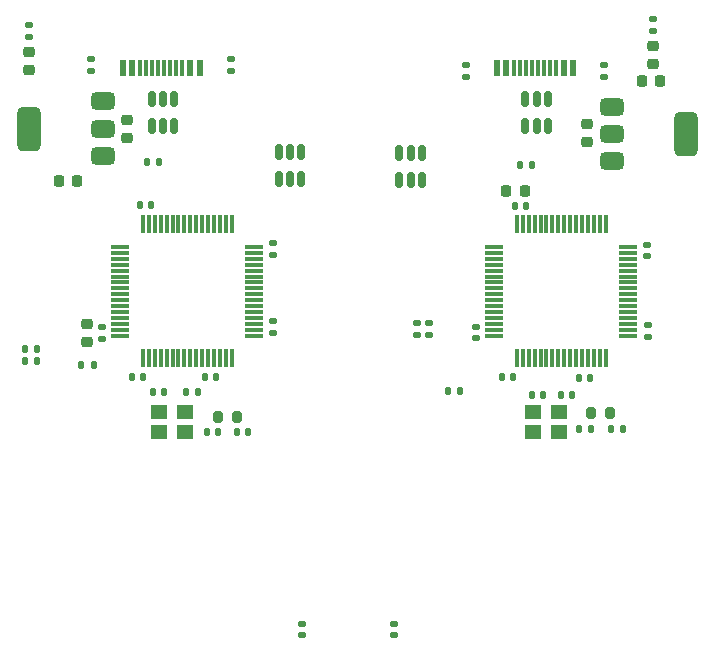
<source format=gtp>
G04 #@! TF.GenerationSoftware,KiCad,Pcbnew,9.0.0*
G04 #@! TF.CreationDate,2025-03-07T16:10:57+13:00*
G04 #@! TF.ProjectId,Koca,4b6f6361-2e6b-4696-9361-645f70636258,3*
G04 #@! TF.SameCoordinates,Original*
G04 #@! TF.FileFunction,Paste,Top*
G04 #@! TF.FilePolarity,Positive*
%FSLAX46Y46*%
G04 Gerber Fmt 4.6, Leading zero omitted, Abs format (unit mm)*
G04 Created by KiCad (PCBNEW 9.0.0) date 2025-03-07 16:10:57*
%MOMM*%
%LPD*%
G01*
G04 APERTURE LIST*
G04 Aperture macros list*
%AMRoundRect*
0 Rectangle with rounded corners*
0 $1 Rounding radius*
0 $2 $3 $4 $5 $6 $7 $8 $9 X,Y pos of 4 corners*
0 Add a 4 corners polygon primitive as box body*
4,1,4,$2,$3,$4,$5,$6,$7,$8,$9,$2,$3,0*
0 Add four circle primitives for the rounded corners*
1,1,$1+$1,$2,$3*
1,1,$1+$1,$4,$5*
1,1,$1+$1,$6,$7*
1,1,$1+$1,$8,$9*
0 Add four rect primitives between the rounded corners*
20,1,$1+$1,$2,$3,$4,$5,0*
20,1,$1+$1,$4,$5,$6,$7,0*
20,1,$1+$1,$6,$7,$8,$9,0*
20,1,$1+$1,$8,$9,$2,$3,0*%
G04 Aperture macros list end*
%ADD10R,1.400000X1.200000*%
%ADD11RoundRect,0.140000X-0.140000X-0.170000X0.140000X-0.170000X0.140000X0.170000X-0.140000X0.170000X0*%
%ADD12RoundRect,0.135000X-0.135000X-0.185000X0.135000X-0.185000X0.135000X0.185000X-0.135000X0.185000X0*%
%ADD13RoundRect,0.200000X-0.200000X-0.275000X0.200000X-0.275000X0.200000X0.275000X-0.200000X0.275000X0*%
%ADD14RoundRect,0.150000X0.150000X-0.512500X0.150000X0.512500X-0.150000X0.512500X-0.150000X-0.512500X0*%
%ADD15RoundRect,0.135000X0.185000X-0.135000X0.185000X0.135000X-0.185000X0.135000X-0.185000X-0.135000X0*%
%ADD16RoundRect,0.075000X0.075000X-0.700000X0.075000X0.700000X-0.075000X0.700000X-0.075000X-0.700000X0*%
%ADD17RoundRect,0.075000X0.700000X-0.075000X0.700000X0.075000X-0.700000X0.075000X-0.700000X-0.075000X0*%
%ADD18RoundRect,0.135000X-0.185000X0.135000X-0.185000X-0.135000X0.185000X-0.135000X0.185000X0.135000X0*%
%ADD19RoundRect,0.225000X-0.250000X0.225000X-0.250000X-0.225000X0.250000X-0.225000X0.250000X0.225000X0*%
%ADD20RoundRect,0.150000X-0.150000X0.512500X-0.150000X-0.512500X0.150000X-0.512500X0.150000X0.512500X0*%
%ADD21RoundRect,0.140000X0.140000X0.170000X-0.140000X0.170000X-0.140000X-0.170000X0.140000X-0.170000X0*%
%ADD22RoundRect,0.375000X0.625000X0.375000X-0.625000X0.375000X-0.625000X-0.375000X0.625000X-0.375000X0*%
%ADD23RoundRect,0.500000X0.500000X1.400000X-0.500000X1.400000X-0.500000X-1.400000X0.500000X-1.400000X0*%
%ADD24RoundRect,0.375000X-0.625000X-0.375000X0.625000X-0.375000X0.625000X0.375000X-0.625000X0.375000X0*%
%ADD25RoundRect,0.500000X-0.500000X-1.400000X0.500000X-1.400000X0.500000X1.400000X-0.500000X1.400000X0*%
%ADD26RoundRect,0.140000X-0.170000X0.140000X-0.170000X-0.140000X0.170000X-0.140000X0.170000X0.140000X0*%
%ADD27RoundRect,0.225000X0.225000X0.250000X-0.225000X0.250000X-0.225000X-0.250000X0.225000X-0.250000X0*%
%ADD28RoundRect,0.218750X-0.256250X0.218750X-0.256250X-0.218750X0.256250X-0.218750X0.256250X0.218750X0*%
%ADD29RoundRect,0.225000X-0.225000X-0.250000X0.225000X-0.250000X0.225000X0.250000X-0.225000X0.250000X0*%
%ADD30R,0.600000X1.450000*%
%ADD31R,0.300000X1.450000*%
%ADD32RoundRect,0.140000X0.170000X-0.140000X0.170000X0.140000X-0.170000X0.140000X-0.170000X-0.140000X0*%
%ADD33RoundRect,0.225000X0.250000X-0.225000X0.250000X0.225000X-0.250000X0.225000X-0.250000X-0.225000X0*%
%ADD34RoundRect,0.135000X0.135000X0.185000X-0.135000X0.185000X-0.135000X-0.185000X0.135000X-0.185000X0*%
G04 APERTURE END LIST*
D10*
X188119000Y-128650000D03*
X190319000Y-128650000D03*
X190319000Y-126950000D03*
X188119000Y-126950000D03*
D11*
X222151000Y-125552200D03*
X223111000Y-125552200D03*
X194690000Y-128670000D03*
X195650000Y-128670000D03*
D12*
X218690000Y-106045000D03*
X219710000Y-106045000D03*
D13*
X193075000Y-127400000D03*
X194725000Y-127400000D03*
D14*
X208473000Y-107309500D03*
X209423000Y-107309500D03*
X210373000Y-107309500D03*
X210373000Y-105034500D03*
X209423000Y-105034500D03*
X208473000Y-105034500D03*
D15*
X177125000Y-95235000D03*
X177125000Y-94215000D03*
D16*
X186769000Y-122450000D03*
X187269000Y-122450000D03*
X187769000Y-122450000D03*
X188269000Y-122450000D03*
X188769000Y-122450000D03*
X189269000Y-122450000D03*
X189769000Y-122450000D03*
X190269000Y-122450000D03*
X190769000Y-122450000D03*
X191269000Y-122450000D03*
X191769000Y-122450000D03*
X192269000Y-122450000D03*
X192769000Y-122450000D03*
X193269000Y-122450000D03*
X193769000Y-122450000D03*
X194269000Y-122450000D03*
D17*
X196194000Y-120525000D03*
X196194000Y-120025000D03*
X196194000Y-119525000D03*
X196194000Y-119025000D03*
X196194000Y-118525000D03*
X196194000Y-118025000D03*
X196194000Y-117525000D03*
X196194000Y-117025000D03*
X196194000Y-116525000D03*
X196194000Y-116025000D03*
X196194000Y-115525000D03*
X196194000Y-115025000D03*
X196194000Y-114525000D03*
X196194000Y-114025000D03*
X196194000Y-113525000D03*
X196194000Y-113025000D03*
D16*
X194269000Y-111100000D03*
X193769000Y-111100000D03*
X193269000Y-111100000D03*
X192769000Y-111100000D03*
X192269000Y-111100000D03*
X191769000Y-111100000D03*
X191269000Y-111100000D03*
X190769000Y-111100000D03*
X190269000Y-111100000D03*
X189769000Y-111100000D03*
X189269000Y-111100000D03*
X188769000Y-111100000D03*
X188269000Y-111100000D03*
X187769000Y-111100000D03*
X187269000Y-111100000D03*
X186769000Y-111100000D03*
D17*
X184844000Y-113025000D03*
X184844000Y-113525000D03*
X184844000Y-114025000D03*
X184844000Y-114525000D03*
X184844000Y-115025000D03*
X184844000Y-115525000D03*
X184844000Y-116025000D03*
X184844000Y-116525000D03*
X184844000Y-117025000D03*
X184844000Y-117525000D03*
X184844000Y-118025000D03*
X184844000Y-118525000D03*
X184844000Y-119025000D03*
X184844000Y-119525000D03*
X184844000Y-120025000D03*
X184844000Y-120525000D03*
D18*
X182400000Y-97090000D03*
X182400000Y-98110000D03*
D19*
X185450000Y-102225000D03*
X185450000Y-103775000D03*
D12*
X187069000Y-105791000D03*
X188089000Y-105791000D03*
D20*
X221050000Y-100525000D03*
X220100000Y-100525000D03*
X219150000Y-100525000D03*
X219150000Y-102800000D03*
X220100000Y-102800000D03*
X221050000Y-102800000D03*
D21*
X220670000Y-125525000D03*
X219710000Y-125525000D03*
D22*
X183400000Y-105300000D03*
X183400000Y-103000000D03*
D23*
X177100000Y-103000000D03*
D22*
X183400000Y-100700000D03*
D24*
X226440000Y-101140000D03*
X226440000Y-103440000D03*
D25*
X232740000Y-103440000D03*
D24*
X226440000Y-105740000D03*
D26*
X229489000Y-119662000D03*
X229489000Y-120622000D03*
D11*
X226420000Y-128400000D03*
X227380000Y-128400000D03*
D21*
X186780000Y-124000000D03*
X185820000Y-124000000D03*
D27*
X230555000Y-99000000D03*
X229005000Y-99000000D03*
D11*
X218220000Y-109550000D03*
X219180000Y-109550000D03*
D18*
X210000000Y-119490000D03*
X210000000Y-120510000D03*
D28*
X229975000Y-95972500D03*
X229975000Y-97547500D03*
D29*
X179625000Y-107400000D03*
X181175000Y-107400000D03*
X217525000Y-108300000D03*
X219075000Y-108300000D03*
D30*
X191550000Y-97845000D03*
X190750000Y-97845000D03*
D31*
X189550000Y-97845000D03*
X188550000Y-97845000D03*
X188050000Y-97845000D03*
X187050000Y-97845000D03*
D30*
X185850000Y-97845000D03*
X185050000Y-97845000D03*
X185050000Y-97845000D03*
X185850000Y-97845000D03*
D31*
X186550000Y-97845000D03*
X187550000Y-97845000D03*
X189050000Y-97845000D03*
X190050000Y-97845000D03*
D30*
X190750000Y-97845000D03*
X191550000Y-97845000D03*
D32*
X214925000Y-120755000D03*
X214925000Y-119795000D03*
D13*
X224675000Y-127100000D03*
X226325000Y-127100000D03*
D26*
X197800000Y-112720000D03*
X197800000Y-113680000D03*
D33*
X182000000Y-121075000D03*
X182000000Y-119525000D03*
D18*
X225825000Y-97615000D03*
X225825000Y-98635000D03*
D21*
X224635000Y-124079000D03*
X223675000Y-124079000D03*
D18*
X194200000Y-97090000D03*
X194200000Y-98110000D03*
D30*
X223206000Y-97845000D03*
X222406000Y-97845000D03*
D31*
X221206000Y-97845000D03*
X220206000Y-97845000D03*
X219706000Y-97845000D03*
X218706000Y-97845000D03*
D30*
X217506000Y-97845000D03*
X216706000Y-97845000D03*
X216706000Y-97845000D03*
X217506000Y-97845000D03*
D31*
X218206000Y-97845000D03*
X219206000Y-97845000D03*
X220706000Y-97845000D03*
X221706000Y-97845000D03*
D30*
X222406000Y-97845000D03*
X223206000Y-97845000D03*
D11*
X186520000Y-109500000D03*
X187480000Y-109500000D03*
D32*
X183300000Y-120780000D03*
X183300000Y-119820000D03*
D12*
X176782000Y-122631200D03*
X177802000Y-122631200D03*
D20*
X189394000Y-100524500D03*
X188444000Y-100524500D03*
X187494000Y-100524500D03*
X187494000Y-102799500D03*
X188444000Y-102799500D03*
X189394000Y-102799500D03*
D28*
X177125000Y-96497500D03*
X177125000Y-98072500D03*
D16*
X218425000Y-122450000D03*
X218925000Y-122450000D03*
X219425000Y-122450000D03*
X219925000Y-122450000D03*
X220425000Y-122450000D03*
X220925000Y-122450000D03*
X221425000Y-122450000D03*
X221925000Y-122450000D03*
X222425000Y-122450000D03*
X222925000Y-122450000D03*
X223425000Y-122450000D03*
X223925000Y-122450000D03*
X224425000Y-122450000D03*
X224925000Y-122450000D03*
X225425000Y-122450000D03*
X225925000Y-122450000D03*
D17*
X227850000Y-120525000D03*
X227850000Y-120025000D03*
X227850000Y-119525000D03*
X227850000Y-119025000D03*
X227850000Y-118525000D03*
X227850000Y-118025000D03*
X227850000Y-117525000D03*
X227850000Y-117025000D03*
X227850000Y-116525000D03*
X227850000Y-116025000D03*
X227850000Y-115525000D03*
X227850000Y-115025000D03*
X227850000Y-114525000D03*
X227850000Y-114025000D03*
X227850000Y-113525000D03*
X227850000Y-113025000D03*
D16*
X225925000Y-111100000D03*
X225425000Y-111100000D03*
X224925000Y-111100000D03*
X224425000Y-111100000D03*
X223925000Y-111100000D03*
X223425000Y-111100000D03*
X222925000Y-111100000D03*
X222425000Y-111100000D03*
X221925000Y-111100000D03*
X221425000Y-111100000D03*
X220925000Y-111100000D03*
X220425000Y-111100000D03*
X219925000Y-111100000D03*
X219425000Y-111100000D03*
X218925000Y-111100000D03*
X218425000Y-111100000D03*
D17*
X216500000Y-113025000D03*
X216500000Y-113525000D03*
X216500000Y-114025000D03*
X216500000Y-114525000D03*
X216500000Y-115025000D03*
X216500000Y-115525000D03*
X216500000Y-116025000D03*
X216500000Y-116525000D03*
X216500000Y-117025000D03*
X216500000Y-117525000D03*
X216500000Y-118025000D03*
X216500000Y-118525000D03*
X216500000Y-119025000D03*
X216500000Y-119525000D03*
X216500000Y-120025000D03*
X216500000Y-120525000D03*
D26*
X200200000Y-144920000D03*
X200200000Y-145880000D03*
D12*
X176782000Y-121615200D03*
X177802000Y-121615200D03*
D34*
X182577200Y-122986800D03*
X181557200Y-122986800D03*
D21*
X193110000Y-128670000D03*
X192150000Y-128670000D03*
D33*
X224330000Y-104155000D03*
X224330000Y-102605000D03*
D26*
X208000000Y-144920000D03*
X208000000Y-145880000D03*
D21*
X188580000Y-125300000D03*
X187620000Y-125300000D03*
D26*
X197800000Y-119320000D03*
X197800000Y-120280000D03*
D34*
X213610000Y-125200000D03*
X212590000Y-125200000D03*
D26*
X229425000Y-112820000D03*
X229425000Y-113780000D03*
D21*
X218105000Y-124025000D03*
X217145000Y-124025000D03*
D10*
X219775000Y-128650000D03*
X221975000Y-128650000D03*
X221975000Y-126950000D03*
X219775000Y-126950000D03*
D18*
X214100000Y-97640000D03*
X214100000Y-98660000D03*
D21*
X224680000Y-128400000D03*
X223720000Y-128400000D03*
X192980000Y-124000000D03*
X192020000Y-124000000D03*
D11*
X190440000Y-125300000D03*
X191400000Y-125300000D03*
D14*
X198250000Y-107237500D03*
X199200000Y-107237500D03*
X200150000Y-107237500D03*
X200150000Y-104962500D03*
X199200000Y-104962500D03*
X198250000Y-104962500D03*
D15*
X229975000Y-94710000D03*
X229975000Y-93690000D03*
D18*
X211000000Y-119490000D03*
X211000000Y-120510000D03*
M02*

</source>
